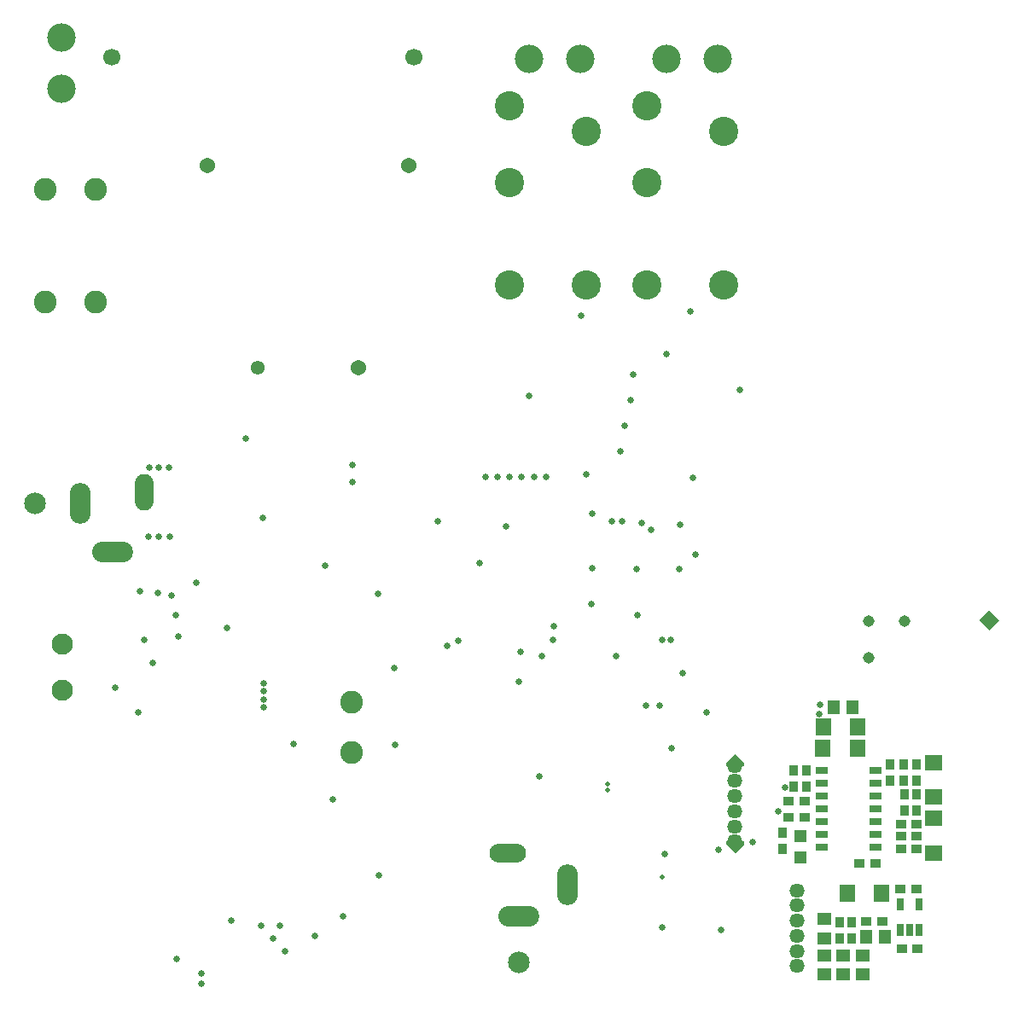
<source format=gbs>
G04*
G04 #@! TF.GenerationSoftware,Altium Limited,Altium Designer,20.0.10 (225)*
G04*
G04 Layer_Color=16711935*
%FSLAX25Y25*%
%MOIN*%
G70*
G01*
G75*
%ADD59R,0.04194X0.03494*%
%ADD60R,0.03494X0.04194*%
%ADD64R,0.04894X0.05394*%
%ADD68R,0.05394X0.04894*%
%ADD91C,0.05748*%
%ADD92C,0.04488*%
%ADD93C,0.08898*%
%ADD94C,0.11417*%
%ADD95C,0.06063*%
%ADD96C,0.05433*%
%ADD97C,0.11102*%
%ADD98C,0.06693*%
%ADD99O,0.07287X0.14373*%
%ADD100O,0.15948X0.08074*%
%ADD101O,0.08074X0.15948*%
%ADD102C,0.08468*%
%ADD103C,0.08268*%
%ADD104C,0.00394*%
%ADD105O,0.14373X0.07287*%
%ADD106C,0.02562*%
%ADD107C,0.01972*%
%ADD215R,0.05118X0.05118*%
%ADD216R,0.02756X0.04724*%
%ADD217R,0.06394X0.06694*%
%ADD218R,0.05039X0.02677*%
%ADD219R,0.06694X0.06394*%
G36*
X284646Y63386D02*
D01*
D02*
G37*
G36*
X290579Y61662D02*
X290649Y61592D01*
Y60444D01*
X287349Y57016D01*
X283921Y60444D01*
X283921Y61638D01*
X290579Y61662D01*
D02*
G37*
G36*
X284019Y91176D02*
X283950Y91246D01*
Y92394D01*
X287249Y95822D01*
X290677Y92394D01*
X290677Y91200D01*
X284019Y91176D01*
D02*
G37*
G36*
X382677Y148031D02*
X386614Y144095D01*
Y144095D01*
X390551Y148031D01*
X386614Y151969D01*
X382677Y148031D01*
D02*
G37*
D59*
X314530Y70980D02*
D03*
X308230D02*
D03*
X314567Y77559D02*
D03*
X308267D02*
D03*
X338582Y30315D02*
D03*
X344882D02*
D03*
X358590Y19790D02*
D03*
X352290D02*
D03*
X351952Y43130D02*
D03*
X358252D02*
D03*
X358268Y58661D02*
D03*
X351968D02*
D03*
X358268Y63779D02*
D03*
X351968D02*
D03*
Y68504D02*
D03*
X358268D02*
D03*
X335826Y53150D02*
D03*
X342126D02*
D03*
D60*
X305640Y58844D02*
D03*
Y65144D02*
D03*
X315200Y89380D02*
D03*
Y83080D02*
D03*
X310250Y83110D02*
D03*
Y89410D02*
D03*
X327953Y29922D02*
D03*
Y23622D02*
D03*
X332677Y29922D02*
D03*
Y23622D02*
D03*
X358268Y79922D02*
D03*
Y73622D02*
D03*
X353382Y79922D02*
D03*
Y73622D02*
D03*
X358268Y85433D02*
D03*
Y91733D02*
D03*
X353150Y91733D02*
D03*
Y85433D02*
D03*
X347866Y91733D02*
D03*
Y85433D02*
D03*
D64*
X345876Y24409D02*
D03*
X338376D02*
D03*
X333278Y114173D02*
D03*
X325778D02*
D03*
D68*
X322047Y23809D02*
D03*
Y31309D02*
D03*
X337008Y17136D02*
D03*
Y9636D02*
D03*
X329528Y17136D02*
D03*
Y9636D02*
D03*
X322047Y17136D02*
D03*
Y9636D02*
D03*
D91*
X311417Y12992D02*
D03*
Y18898D02*
D03*
Y24803D02*
D03*
Y30709D02*
D03*
Y36614D02*
D03*
Y42520D02*
D03*
X287250Y61650D02*
D03*
Y67555D02*
D03*
Y73461D02*
D03*
Y79366D02*
D03*
Y85272D02*
D03*
Y91178D02*
D03*
D92*
X353527Y147623D02*
D03*
X339387D02*
D03*
X339383Y133483D02*
D03*
D93*
X137402Y96457D02*
D03*
Y116142D02*
D03*
X37402Y316535D02*
D03*
X17717D02*
D03*
X37402Y272441D02*
D03*
X17717D02*
D03*
D94*
X252756Y279213D02*
D03*
Y319213D02*
D03*
Y349213D02*
D03*
X282756Y279213D02*
D03*
Y339213D02*
D03*
X199134Y278976D02*
D03*
Y318976D02*
D03*
Y348976D02*
D03*
X229134Y278976D02*
D03*
Y338976D02*
D03*
D95*
X140157Y246850D02*
D03*
X81102Y325590D02*
D03*
X159843D02*
D03*
D96*
X100787Y246850D02*
D03*
D97*
X260315Y367323D02*
D03*
X280315D02*
D03*
X206772D02*
D03*
X226772D02*
D03*
X24090Y355610D02*
D03*
Y375610D02*
D03*
D98*
X161811Y368110D02*
D03*
X43701D02*
D03*
D99*
X56398Y198031D02*
D03*
D100*
X44193Y174803D02*
D03*
X202756Y32283D02*
D03*
D101*
X31594Y193701D02*
D03*
X221654Y44882D02*
D03*
D102*
X13878Y193701D02*
D03*
X202756Y14567D02*
D03*
D103*
X24409Y138583D02*
D03*
Y120866D02*
D03*
D104*
X155905Y10433D02*
D03*
X144095D02*
D03*
D105*
X198425Y57087D02*
D03*
D106*
X306881Y82719D02*
D03*
X320310Y115010D02*
D03*
X320210Y111420D02*
D03*
X304270Y73480D02*
D03*
X260480Y252240D02*
D03*
X102840Y188010D02*
D03*
X148080Y48300D02*
D03*
X289250Y237980D02*
D03*
X206693Y235827D02*
D03*
X122990Y24770D02*
D03*
X137710Y202210D02*
D03*
X137850Y208610D02*
D03*
X96230Y218960D02*
D03*
X45230Y121610D02*
D03*
X54280Y111990D02*
D03*
X59640Y131300D02*
D03*
X56340Y140300D02*
D03*
X54860Y159500D02*
D03*
X127090Y169420D02*
D03*
X147700Y158430D02*
D03*
X88930Y145110D02*
D03*
X171120Y186770D02*
D03*
X187310Y170270D02*
D03*
X114680Y99620D02*
D03*
X154190Y129570D02*
D03*
X154510Y99500D02*
D03*
X130190Y78160D02*
D03*
X281840Y27070D02*
D03*
X262500Y97940D02*
D03*
X276240Y112150D02*
D03*
X231270Y154510D02*
D03*
X249050Y150220D02*
D03*
X248930Y168070D02*
D03*
X231580Y168260D02*
D03*
X266840Y127470D02*
D03*
X211660Y133960D02*
D03*
X270800Y203890D02*
D03*
X271820Y173730D02*
D03*
X197740Y184790D02*
D03*
X228990Y205170D02*
D03*
X134252Y32283D02*
D03*
X76772Y162902D02*
D03*
X179134Y140091D02*
D03*
X174803Y138189D02*
D03*
X265370Y167960D02*
D03*
X226960Y266970D02*
D03*
X213386Y203937D02*
D03*
X208661D02*
D03*
X203937D02*
D03*
X199213D02*
D03*
X194488D02*
D03*
X189764D02*
D03*
X203310Y135740D02*
D03*
X216330Y145690D02*
D03*
X216250Y140460D02*
D03*
X265800Y185460D02*
D03*
X90354Y30650D02*
D03*
X102070Y28760D02*
D03*
X106810Y23800D02*
D03*
X109550Y28870D02*
D03*
X69030Y15880D02*
D03*
X294020Y61260D02*
D03*
X240748Y134022D02*
D03*
X210730Y87110D02*
D03*
X202692Y124108D02*
D03*
X231310Y189880D02*
D03*
X254380Y183280D02*
D03*
X242374Y214016D02*
D03*
X244110Y224016D02*
D03*
X246330Y234016D02*
D03*
X250890Y186000D02*
D03*
X247374Y244016D02*
D03*
X243200Y186800D02*
D03*
X269685Y268898D02*
D03*
X258680Y28238D02*
D03*
X58268Y180709D02*
D03*
X61750Y158610D02*
D03*
X67250Y157830D02*
D03*
X239192Y186800D02*
D03*
X111600Y18800D02*
D03*
X78690Y6100D02*
D03*
X78740Y10010D02*
D03*
X258870Y140320D02*
D03*
X262010Y140330D02*
D03*
X259740Y56660D02*
D03*
X280660Y58490D02*
D03*
X257662Y114737D02*
D03*
X252544D02*
D03*
X103150Y113976D02*
D03*
X69900Y141720D02*
D03*
X68620Y150240D02*
D03*
X103150Y123425D02*
D03*
Y117126D02*
D03*
Y120276D02*
D03*
X66535Y180709D02*
D03*
X62205D02*
D03*
X66142Y207874D02*
D03*
X62205D02*
D03*
X58400Y207900D02*
D03*
D107*
X258680Y47820D02*
D03*
X237510Y81670D02*
D03*
Y84146D02*
D03*
D215*
X312720Y63754D02*
D03*
Y55486D02*
D03*
D216*
X359247Y27002D02*
D03*
X355507D02*
D03*
X351767D02*
D03*
Y37239D02*
D03*
X359247D02*
D03*
D217*
X344590Y41530D02*
D03*
X331090D02*
D03*
X321597Y98032D02*
D03*
X335097D02*
D03*
X321765Y106437D02*
D03*
X335265D02*
D03*
D218*
X341968Y89410D02*
D03*
Y84409D02*
D03*
Y79409D02*
D03*
Y74410D02*
D03*
Y69410D02*
D03*
Y64410D02*
D03*
Y59409D02*
D03*
X321024D02*
D03*
Y64410D02*
D03*
Y69410D02*
D03*
Y74410D02*
D03*
Y79409D02*
D03*
Y84409D02*
D03*
Y89410D02*
D03*
D219*
X364950Y70590D02*
D03*
Y57090D02*
D03*
X364750Y92490D02*
D03*
Y78990D02*
D03*
M02*

</source>
